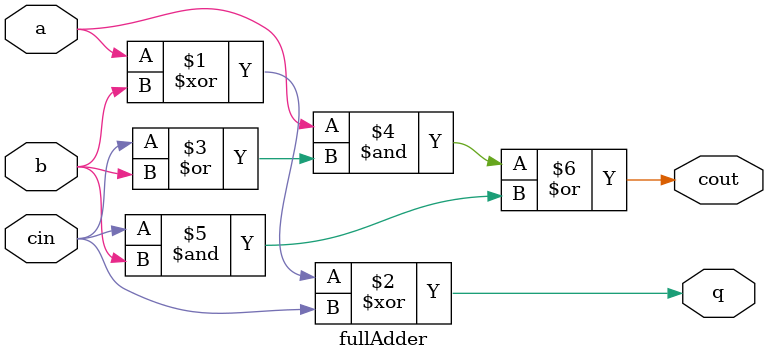
<source format=sv>
`timescale 1ns / 1ps

module fullAdder(
    input a,
    input b,
    input cin,
    output q,
    output cout
    );
    
    assign q = a ^ b ^ cin;
    assign cout = a & (cin | b) | (cin & b);
endmodule
</source>
